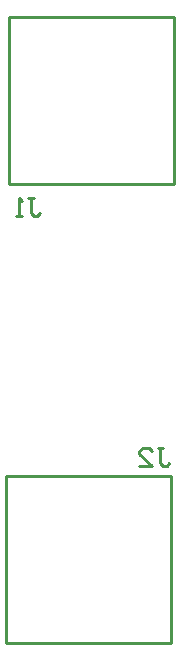
<source format=gbo>
G04 Layer_Color=32896*
%FSLAX42Y42*%
%MOMM*%
G71*
G01*
G75*
%ADD37C,0.25*%
D37*
X21175Y9831D02*
Y9941D01*
Y8531D02*
Y9831D01*
X20275Y8531D02*
X21175D01*
X19775D02*
X20275D01*
X19775D02*
Y8831D01*
Y9941D01*
X21175D01*
X21150Y5945D02*
Y6055D01*
Y4645D02*
Y5945D01*
X20250Y4645D02*
X21150D01*
X19750D02*
X20250D01*
X19750D02*
Y4945D01*
Y6055D01*
X21150D01*
X19939Y8407D02*
X19990D01*
X19964D01*
Y8280D01*
X19990Y8255D01*
X20015D01*
X20041Y8280D01*
X19888Y8255D02*
X19837D01*
X19863D01*
Y8407D01*
X19888Y8382D01*
X21035Y6297D02*
X21085D01*
X21060D01*
Y6170D01*
X21085Y6144D01*
X21111D01*
X21136Y6170D01*
X20882Y6144D02*
X20984D01*
X20882Y6246D01*
Y6271D01*
X20908Y6297D01*
X20959D01*
X20984Y6271D01*
M02*

</source>
